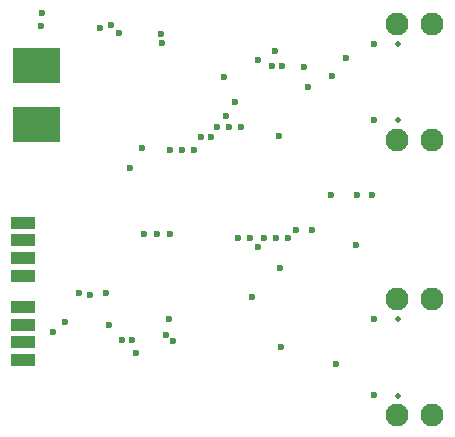
<source format=gbr>
G04 #@! TF.GenerationSoftware,KiCad,Pcbnew,9.0.2*
G04 #@! TF.CreationDate,2025-09-03T18:49:59+02:00*
G04 #@! TF.ProjectId,Afterburner_Nano,41667465-7262-4757-926e-65725f4e616e,rev?*
G04 #@! TF.SameCoordinates,Original*
G04 #@! TF.FileFunction,Copper,L2,Inr*
G04 #@! TF.FilePolarity,Positive*
%FSLAX46Y46*%
G04 Gerber Fmt 4.6, Leading zero omitted, Abs format (unit mm)*
G04 Created by KiCad (PCBNEW 9.0.2) date 2025-09-03 18:49:59*
%MOMM*%
%LPD*%
G01*
G04 APERTURE LIST*
G04 Aperture macros list*
%AMFreePoly0*
4,1,5,0.500000,-0.500000,-0.500000,-0.500000,-0.500000,0.500000,0.500000,0.500000,0.500000,-0.500000,0.500000,-0.500000,$1*%
G04 Aperture macros list end*
G04 #@! TA.AperFunction,ComponentPad*
%ADD10C,1.950000*%
G04 #@! TD*
G04 #@! TA.AperFunction,ComponentPad*
%ADD11C,0.510000*%
G04 #@! TD*
G04 #@! TA.AperFunction,ComponentPad*
%ADD12FreePoly0,0.000000*%
G04 #@! TD*
G04 #@! TA.AperFunction,ComponentPad*
%ADD13R,2.000000X1.000000*%
G04 #@! TD*
G04 #@! TA.AperFunction,ViaPad*
%ADD14C,0.600000*%
G04 #@! TD*
G04 APERTURE END LIST*
D10*
X207550000Y-29295000D03*
X210550000Y-29295000D03*
X210550000Y-19505000D03*
X207550000Y-19505000D03*
D11*
X207650000Y-27650000D03*
X207650000Y-21150000D03*
D10*
X207550000Y-52600000D03*
X210550000Y-52600000D03*
X210550000Y-42810000D03*
X207550000Y-42810000D03*
D11*
X207650000Y-50955000D03*
X207650000Y-44455000D03*
D12*
X175500000Y-27000000D03*
X175500000Y-28000000D03*
X175500000Y-29000000D03*
X176500000Y-27000000D03*
X176500000Y-28000000D03*
X176500000Y-29000000D03*
X177500000Y-27000000D03*
X177500000Y-28000000D03*
X177500000Y-29000000D03*
X178500000Y-27000000D03*
X178500000Y-28000000D03*
X178500000Y-29000000D03*
X175500000Y-22000000D03*
X175500000Y-23000000D03*
X175500000Y-24000000D03*
X176500000Y-22000000D03*
X176500000Y-23000000D03*
X176500000Y-24000000D03*
X177500000Y-22000000D03*
X177500000Y-23000000D03*
X177500000Y-24000000D03*
X178500000Y-22000000D03*
X178500000Y-23000000D03*
X178500000Y-24000000D03*
D13*
X175850000Y-43450000D03*
X175850000Y-44950000D03*
X175850000Y-46450000D03*
X175850000Y-47950000D03*
X175850000Y-36300000D03*
X175850000Y-37800000D03*
X175850000Y-39300000D03*
X175850000Y-40800000D03*
D14*
X202068500Y-23895000D03*
X201960000Y-33960000D03*
X196290000Y-37620000D03*
X205594500Y-44505000D03*
X199020000Y-36890000D03*
X192330000Y-28170000D03*
X195060000Y-37620000D03*
X202410000Y-48270000D03*
X200350000Y-36920000D03*
X205594500Y-21200000D03*
X188350000Y-30150000D03*
X193330000Y-28170000D03*
X198300000Y-37620000D03*
X194330000Y-28170000D03*
X205594500Y-27600000D03*
X197300000Y-37620000D03*
X192330000Y-28180000D03*
X190350000Y-30150000D03*
X189350000Y-30150000D03*
X205594500Y-50905000D03*
X199650000Y-23100000D03*
X190920000Y-29050000D03*
X194060000Y-37620000D03*
X191800000Y-29020000D03*
X204090000Y-38180000D03*
X188245000Y-44505000D03*
X185080000Y-46240000D03*
X182918902Y-42300000D03*
X180620000Y-42300000D03*
X184260000Y-46250000D03*
X181515000Y-42425000D03*
X204120000Y-33970000D03*
X205400000Y-33950000D03*
X197733847Y-46827998D03*
X185960000Y-29970000D03*
X197780000Y-23040000D03*
X197550000Y-29010000D03*
X195750000Y-38390000D03*
X203268500Y-22395000D03*
X200000000Y-24800000D03*
X197250000Y-21750000D03*
X195749999Y-22500000D03*
X193800000Y-26125002D03*
X193040000Y-27250000D03*
X192900000Y-23950000D03*
X196950000Y-23050000D03*
X177440000Y-19630000D03*
X187566731Y-20358600D03*
X187680000Y-21100000D03*
X177450000Y-18600000D03*
X188590002Y-46290002D03*
X184900000Y-31680000D03*
X178450000Y-45550000D03*
X179450000Y-44750000D03*
X183170000Y-44940000D03*
X185470000Y-47370000D03*
X183350000Y-19590000D03*
X187260000Y-37290000D03*
X186160000Y-37260000D03*
X182360000Y-19810000D03*
X187990000Y-45840000D03*
X184020000Y-20250000D03*
X188340000Y-37280000D03*
X197600000Y-40190000D03*
X195230000Y-42640000D03*
M02*

</source>
